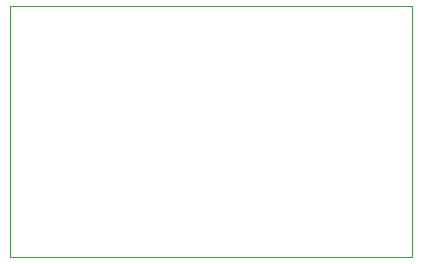
<source format=gbr>
%TF.GenerationSoftware,KiCad,Pcbnew,9.0.0*%
%TF.CreationDate,2025-04-10T19:53:04-06:00*%
%TF.ProjectId,WakeCircuit,57616b65-4369-4726-9375-69742e6b6963,rev?*%
%TF.SameCoordinates,Original*%
%TF.FileFunction,Profile,NP*%
%FSLAX46Y46*%
G04 Gerber Fmt 4.6, Leading zero omitted, Abs format (unit mm)*
G04 Created by KiCad (PCBNEW 9.0.0) date 2025-04-10 19:53:04*
%MOMM*%
%LPD*%
G01*
G04 APERTURE LIST*
%TA.AperFunction,Profile*%
%ADD10C,0.050000*%
%TD*%
G04 APERTURE END LIST*
D10*
X91500000Y-96750000D02*
X125500000Y-96750000D01*
X125500000Y-118000000D01*
X91500000Y-118000000D01*
X91500000Y-96750000D01*
M02*

</source>
